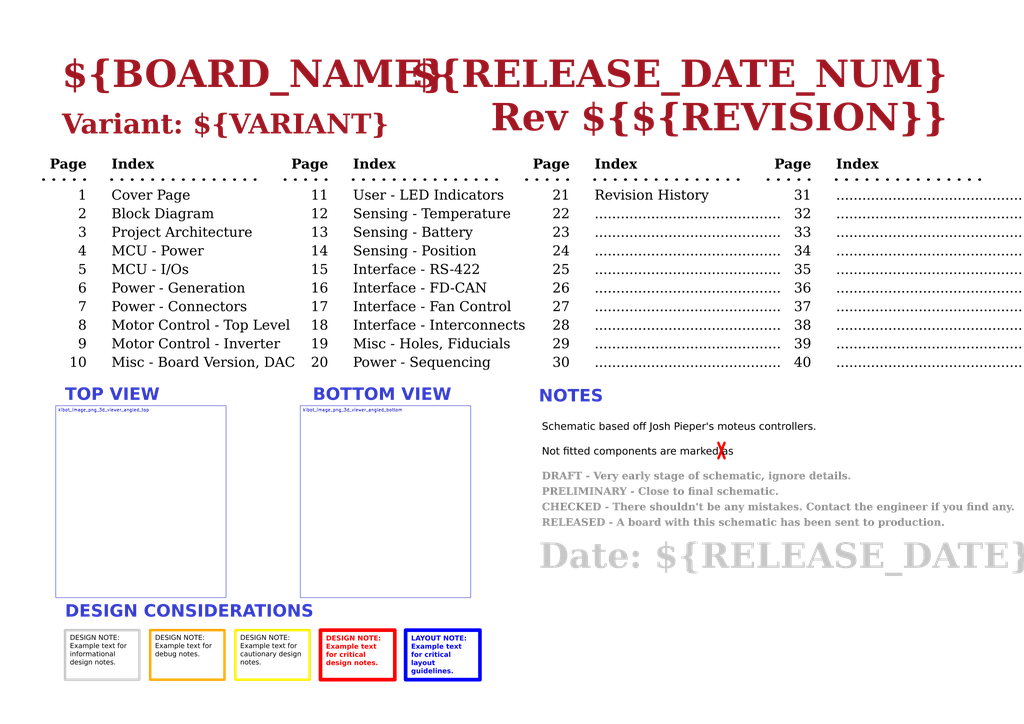
<source format=kicad_sch>
(kicad_sch
	(version 20231120)
	(generator "eeschema")
	(generator_version "8.0")
	(uuid "0650c7a8-acba-429c-9f8e-eec0baf0bc1c")
	(paper "A3")
	(title_block
		(title "Cover Page")
		(date "2024-04-13")
		(rev "${REVISION}")
		(company "${COMPANY}")
	)
	(lib_symbols)
	(bus_alias "AUX1"
		(members "AUX1_A" "AUX1_B" "AUX1_C" "AUX1_D" "AUX1_E" "AUX1_I2C_PULLUP"
			"POS_SENSOR_CS"
		)
	)
	(bus_alias "AUX2"
		(members "AUX2_A" "AUX2_B" "AUX2_C" "AUX2_D" "AUX2_I2C_PULLUP")
	)
	(bus_alias "CURRENT_SENSE"
		(members "SOA" "SOB" "SOC")
	)
	(bus_alias "DRV_SPI"
		(members "DRV_SCLK" "DRV_MISO" "DRV_MOSI" "DRV_CS")
	)
	(bus_alias "FDCAN"
		(members "FDCAN_P" "FDCAN_N")
	)
	(bus_alias "FDCAN_TTL"
		(members "FDCAN_RX" "FDCAN_TX")
	)
	(bus_alias "LED"
		(members "LED_DBG" "LED_PWR")
	)
	(bus_alias "PWM_PHASE"
		(members "PWM_PHASEA" "PWM_PHASEB" "PWM_PHASEC")
	)
	(bus_alias "RS422"
		(members "RS422_R+" "RS422_R-" "RS422_D-" "RS422_D+")
	)
	(bus_alias "RS422_TTL"
		(members "RS422_~{RE}" "RS422_DE")
	)
	(bus_alias "SENSE_TEMP"
		(members "SENSE_TEMP_MOT" "SENSE_TEMP_FET")
	)
	(bus_alias "SWD"
		(members "SWCLK" "SWDIO" "NRST")
	)
	(polyline
		(pts
			(xy 215.9 73.66) (xy 233.68 73.66)
		)
		(stroke
			(width 1)
			(type dot)
			(color 0 0 0 1)
		)
		(uuid "024689d9-b8ca-41ae-b55d-6ff207f6e101")
	)
	(polyline
		(pts
			(xy 297.18 181.61) (xy 294.64 187.96)
		)
		(stroke
			(width 1)
			(type default)
			(color 255 0 0 1)
		)
		(uuid "4ae2cac4-7676-4a8d-91c4-c6c6f4585019")
	)
	(polyline
		(pts
			(xy 45.72 73.66) (xy 106.68 73.66)
		)
		(stroke
			(width 1)
			(type dot)
			(color 0 0 0 1)
		)
		(uuid "594379bc-c052-4d2e-996b-8b5c1a0857fd")
	)
	(polyline
		(pts
			(xy 342.9 73.66) (xy 403.86 73.66)
		)
		(stroke
			(width 1)
			(type dot)
			(color 0 0 0 1)
		)
		(uuid "8ca04e4f-914f-46ae-b7bb-c241f34f0be3")
	)
	(polyline
		(pts
			(xy 243.84 73.66) (xy 304.8 73.66)
		)
		(stroke
			(width 1)
			(type dot)
			(color 0 0 0 1)
		)
		(uuid "90aedf20-3619-4eea-9142-e5201cfa9329")
	)
	(polyline
		(pts
			(xy 116.84 73.66) (xy 134.62 73.66)
		)
		(stroke
			(width 1)
			(type dot)
			(color 0 0 0 1)
		)
		(uuid "aa27a991-1dd0-4ddb-a292-69ddc074d2fe")
	)
	(polyline
		(pts
			(xy 17.78 73.66) (xy 35.56 73.66)
		)
		(stroke
			(width 1)
			(type dot)
			(color 0 0 0 1)
		)
		(uuid "aefa0f5d-e237-48a6-8d0d-7925958d23a4")
	)
	(polyline
		(pts
			(xy 294.64 181.61) (xy 297.18 187.96)
		)
		(stroke
			(width 1)
			(type default)
			(color 255 0 0 1)
		)
		(uuid "b16ef1e7-4b58-4125-810d-81e7071984f8")
	)
	(polyline
		(pts
			(xy 144.78 73.66) (xy 205.74 73.66)
		)
		(stroke
			(width 1)
			(type dot)
			(color 0 0 0 1)
		)
		(uuid "d03f8f3f-5543-483d-a054-040e77e06c0e")
	)
	(polyline
		(pts
			(xy 314.96 73.66) (xy 332.74 73.66)
		)
		(stroke
			(width 1)
			(type dot)
			(color 0 0 0 1)
		)
		(uuid "f1ab5a98-3d21-4c83-b2d8-cfe1793d64cb")
	)
	(text_box "DESIGN NOTE:\nExample text for informational design notes."
		(exclude_from_sim no)
		(at 26.67 258.445 0)
		(size 30.48 20.32)
		(stroke
			(width 1)
			(type solid)
			(color 200 200 200 1)
		)
		(fill
			(type none)
		)
		(effects
			(font
				(face "Arial")
				(size 2 2)
				(color 0 0 0 1)
			)
			(justify left top)
		)
		(uuid "60b6a08c-a542-468e-b79f-aa4a2aa0e9e7")
	)
	(text_box "LAYOUT NOTE:\nExample text for critical layout guidelines."
		(exclude_from_sim no)
		(at 166.37 258.445 0)
		(size 30.48 20.32)
		(stroke
			(width 1.5)
			(type solid)
			(color 0 0 255 1)
		)
		(fill
			(type none)
		)
		(effects
			(font
				(face "Arial")
				(size 2 2)
				(thickness 0.4)
				(bold yes)
				(color 0 0 255 1)
			)
			(justify left top)
		)
		(uuid "b2648603-9b19-4c01-9621-49d92c5b8a6e")
	)
	(text_box "DESIGN NOTE:\nExample text for cautionary design notes."
		(exclude_from_sim no)
		(at 96.52 258.445 0)
		(size 30.48 20.32)
		(stroke
			(width 1)
			(type solid)
			(color 250 236 0 1)
		)
		(fill
			(type none)
		)
		(effects
			(font
				(face "Arial")
				(size 2 2)
				(color 0 0 0 1)
			)
			(justify left top)
		)
		(uuid "c7ec7f64-f5b0-4d3e-9743-7d40c3e23ecf")
	)
	(text_box "DESIGN NOTE:\nExample text for debug notes."
		(exclude_from_sim no)
		(at 61.595 258.445 0)
		(size 30.48 20.32)
		(stroke
			(width 1)
			(type solid)
			(color 255 165 0 1)
		)
		(fill
			(type none)
		)
		(effects
			(font
				(face "Arial")
				(size 2 2)
				(color 0 0 0 1)
			)
			(justify left top)
		)
		(uuid "c8bf2561-6ede-45f0-9b2e-12af2dfee13b")
	)
	(text_box "DESIGN NOTE:\nExample text for critical design notes."
		(exclude_from_sim no)
		(at 131.445 258.445 0)
		(size 30.48 20.32)
		(stroke
			(width 1.5)
			(type solid)
			(color 255 0 0 1)
		)
		(fill
			(type none)
		)
		(effects
			(font
				(face "Arial")
				(size 2 2)
				(thickness 0.4)
				(bold yes)
				(color 255 0 0 1)
			)
			(justify left top)
		)
		(uuid "d03e1008-e371-461f-a9f2-320d8a2b7341")
	)
	(text_box "kibot_image_png_3d_viewer_angled_top"
		(exclude_from_sim no)
		(at 22.86 166.37 0)
		(size 69.85 78.74)
		(stroke
			(width 0)
			(type default)
		)
		(fill
			(type none)
		)
		(effects
			(font
				(size 1.27 1.27)
			)
			(justify left top)
		)
		(uuid "d79968fe-b59b-4393-8927-a533c5c921ca")
	)
	(text_box "kibot_image_png_3d_viewer_angled_bottom"
		(exclude_from_sim no)
		(at 123.19 166.37 0)
		(size 69.85 78.74)
		(stroke
			(width 0)
			(type default)
		)
		(fill
			(type none)
		)
		(effects
			(font
				(size 1.27 1.27)
			)
			(justify left top)
		)
		(uuid "f62a3640-7367-49dd-bdd0-58a87962973e")
	)
	(text "9"
		(exclude_from_sim no)
		(at 35.56 144.78 0)
		(effects
			(font
				(face "Times New Roman")
				(size 4 4)
				(color 0 0 0 1)
			)
			(justify right bottom)
			(href "#9")
		)
		(uuid "0171ecc8-df6f-418e-95ea-db73cf975716")
	)
	(text "BOTTOM VIEW"
		(exclude_from_sim no)
		(at 128.27 166.37 0)
		(effects
			(font
				(face "Arial")
				(size 5 5)
				(bold yes)
				(color 53 60 207 1)
			)
			(justify left bottom)
		)
		(uuid "041ff709-0f5e-466e-adab-d03afffd90b7")
	)
	(text "..........................................."
		(exclude_from_sim no)
		(at 243.84 99.06 0)
		(effects
			(font
				(face "Times New Roman")
				(size 4 4)
				(color 0 0 0 1)
			)
			(justify left bottom)
			(href "#23")
		)
		(uuid "0647f622-b644-4538-802a-42edf8cdccc5")
	)
	(text "13"
		(exclude_from_sim no)
		(at 134.62 99.06 0)
		(effects
			(font
				(face "Times New Roman")
				(size 4 4)
				(color 0 0 0 1)
			)
			(justify right bottom)
			(href "#13")
		)
		(uuid "09a9f005-609a-4854-9ba5-f5a5e7b8d7c7")
	)
	(text "Misc - Board Version, DAC"
		(exclude_from_sim no)
		(at 45.72 152.4 0)
		(effects
			(font
				(face "Times New Roman")
				(size 4 4)
				(color 0 0 0 1)
			)
			(justify left bottom)
			(href "#10")
		)
		(uuid "0da6836d-e916-4993-8589-c3fe162586f7")
	)
	(text "RELEASED - A board with this schematic has been sent to production."
		(exclude_from_sim no)
		(at 222.25 217.17 0)
		(effects
			(font
				(face "Times New Roman")
				(size 3 3)
				(thickness 0.6)
				(bold yes)
				(color 140 140 140 1)
			)
			(justify left bottom)
		)
		(uuid "10cbc67f-d688-44d7-9e2b-bee41b99ad5c")
	)
	(text "Sensing - Battery"
		(exclude_from_sim no)
		(at 144.78 99.06 0)
		(effects
			(font
				(face "Times New Roman")
				(size 4 4)
				(color 0 0 0 1)
			)
			(justify left bottom)
			(href "#13")
		)
		(uuid "17bcc0fe-1a1b-4929-a01c-ec0239b7c710")
	)
	(text "Page"
		(exclude_from_sim no)
		(at 332.74 71.12 0)
		(effects
			(font
				(face "Times New Roman")
				(size 4 4)
				(bold yes)
				(color 0 0 0 1)
			)
			(justify right bottom)
		)
		(uuid "1b60c0cc-bf04-4615-8796-1ecc890b346a")
	)
	(text "TOP VIEW"
		(exclude_from_sim no)
		(at 26.67 166.37 0)
		(effects
			(font
				(face "Arial")
				(size 5 5)
				(bold yes)
				(color 53 60 207 1)
			)
			(justify left bottom)
		)
		(uuid "1c033b5c-f50d-4e0f-94c4-59e72fb244de")
	)
	(text "3"
		(exclude_from_sim no)
		(at 35.56 99.06 0)
		(effects
			(font
				(face "Times New Roman")
				(size 4 4)
				(color 0 0 0 1)
			)
			(justify right bottom)
			(href "#3")
		)
		(uuid "1dd16a1b-b3b8-42a1-b678-3a7b261e7284")
	)
	(text "Interface - RS-422"
		(exclude_from_sim no)
		(at 144.78 114.3 0)
		(effects
			(font
				(face "Times New Roman")
				(size 4 4)
				(color 0 0 0 1)
			)
			(justify left bottom)
			(href "#15")
		)
		(uuid "2967c8d5-e25a-46f9-b010-e57505c00503")
	)
	(text "Power - Connectors"
		(exclude_from_sim no)
		(at 45.72 129.54 0)
		(effects
			(font
				(face "Times New Roman")
				(size 4 4)
				(color 0 0 0 1)
			)
			(justify left bottom)
			(href "#7")
		)
		(uuid "29d39f8b-7bcf-492e-8484-97d59ce92831")
	)
	(text "38"
		(exclude_from_sim no)
		(at 332.74 137.16 0)
		(effects
			(font
				(face "Times New Roman")
				(size 4 4)
				(color 0 0 0 1)
			)
			(justify right bottom)
			(href "#38")
		)
		(uuid "2d20025d-61e4-451d-b51e-153fedc44d68")
	)
	(text "1"
		(exclude_from_sim no)
		(at 35.56 83.82 0)
		(effects
			(font
				(face "Times New Roman")
				(size 4 4)
				(color 0 0 0 1)
			)
			(justify right bottom)
			(href "#1")
		)
		(uuid "3691ab49-6c05-4886-869a-12221f52fdee")
	)
	(text "Not fitted components are marked as"
		(exclude_from_sim no)
		(at 222.25 187.96 0)
		(effects
			(font
				(face "Arial")
				(size 3 3)
				(color 0 0 0 1)
			)
			(justify left bottom)
		)
		(uuid "3e121d9b-11e9-4895-9779-ade93d5b2a88")
	)
	(text "..........................................."
		(exclude_from_sim no)
		(at 243.84 152.4 0)
		(effects
			(font
				(face "Times New Roman")
				(size 4 4)
				(color 0 0 0 1)
			)
			(justify left bottom)
			(href "#30")
		)
		(uuid "41bb0f90-1135-4d50-9d44-9fb04444ecf6")
	)
	(text "Index"
		(exclude_from_sim no)
		(at 45.72 71.12 0)
		(effects
			(font
				(face "Times New Roman")
				(size 4 4)
				(bold yes)
				(color 0 0 0 1)
			)
			(justify left bottom)
		)
		(uuid "44841f0e-187c-41b9-a570-9f74973319c9")
	)
	(text "Index"
		(exclude_from_sim no)
		(at 144.78 71.12 0)
		(effects
			(font
				(face "Times New Roman")
				(size 4 4)
				(bold yes)
				(color 0 0 0 1)
			)
			(justify left bottom)
		)
		(uuid "4773b195-e777-483d-bd5a-5b18be14b485")
	)
	(text "27"
		(exclude_from_sim no)
		(at 233.68 129.54 0)
		(effects
			(font
				(face "Times New Roman")
				(size 4 4)
				(color 0 0 0 1)
			)
			(justify right bottom)
			(href "#27")
		)
		(uuid "47e5ef3a-a936-4417-8e04-a70df1a04676")
	)
	(text "15"
		(exclude_from_sim no)
		(at 134.62 114.3 0)
		(effects
			(font
				(face "Times New Roman")
				(size 4 4)
				(color 0 0 0 1)
			)
			(justify right bottom)
			(href "#15")
		)
		(uuid "48cae9b2-9935-4ee2-a962-685c04325434")
	)
	(text "Interface - Interconnects"
		(exclude_from_sim no)
		(at 144.78 137.16 0)
		(effects
			(font
				(face "Times New Roman")
				(size 4 4)
				(color 0 0 0 1)
			)
			(justify left bottom)
			(href "#18")
		)
		(uuid "49e85a06-8fdb-4d91-9cd7-da419eca584a")
	)
	(text "6"
		(exclude_from_sim no)
		(at 35.56 121.92 0)
		(effects
			(font
				(face "Times New Roman")
				(size 4 4)
				(color 0 0 0 1)
			)
			(justify right bottom)
			(href "#6")
		)
		(uuid "4aa9b67c-c657-48d1-abb0-497faf20008a")
	)
	(text "PRELIMINARY - Close to final schematic."
		(exclude_from_sim no)
		(at 222.25 204.47 0)
		(effects
			(font
				(face "Times New Roman")
				(size 3 3)
				(thickness 0.6)
				(bold yes)
				(color 140 140 140 1)
			)
			(justify left bottom)
		)
		(uuid "4b75d6be-e2b4-4862-a5fd-f3239bff6734")
	)
	(text "24"
		(exclude_from_sim no)
		(at 233.68 106.68 0)
		(effects
			(font
				(face "Times New Roman")
				(size 4 4)
				(color 0 0 0 1)
			)
			(justify right bottom)
			(href "#24")
		)
		(uuid "4d10b8f7-ee9d-4539-987e-2871a213b2d6")
	)
	(text "Date: ${RELEASE_DATE}"
		(exclude_from_sim no)
		(at 220.98 237.49 0)
		(effects
			(font
				(face "Times New Roman")
				(size 10.16 10.16)
				(thickness 0.6)
				(bold yes)
				(color 200 200 200 1)
			)
			(justify left bottom)
		)
		(uuid "4f144e11-d681-45f3-b92d-dea6c28023e4")
	)
	(text "Page"
		(exclude_from_sim no)
		(at 35.56 71.12 0)
		(effects
			(font
				(face "Times New Roman")
				(size 4 4)
				(bold yes)
				(color 0 0 0 1)
			)
			(justify right bottom)
		)
		(uuid "5216de6a-28ab-4e49-a422-9fd32d8fed67")
	)
	(text "MCU - Power"
		(exclude_from_sim no)
		(at 45.72 106.68 0)
		(effects
			(font
				(face "Times New Roman")
				(size 4 4)
				(color 0 0 0 1)
			)
			(justify left bottom)
			(href "#4")
		)
		(uuid "547bb3ec-bec4-4b68-a38e-2ac56be29bd3")
	)
	(text "..........................................."
		(exclude_from_sim no)
		(at 243.84 129.54 0)
		(effects
			(font
				(face "Times New Roman")
				(size 4 4)
				(color 0 0 0 1)
			)
			(justify left bottom)
			(href "#27")
		)
		(uuid "598c6218-39d7-40a8-878a-842531c6a754")
	)
	(text "Power - Sequencing"
		(exclude_from_sim no)
		(at 144.78 152.4 0)
		(effects
			(font
				(face "Times New Roman")
				(size 4 4)
				(color 0 0 0 1)
			)
			(justify left bottom)
			(href "#20")
		)
		(uuid "5d812587-ac13-48e3-995a-039969ca4f1b")
	)
	(text "8"
		(exclude_from_sim no)
		(at 35.56 137.16 0)
		(effects
			(font
				(face "Times New Roman")
				(size 4 4)
				(color 0 0 0 1)
			)
			(justify right bottom)
			(href "#8")
		)
		(uuid "5dd35c87-2aeb-4c16-ab79-fbda71c4347a")
	)
	(text "14"
		(exclude_from_sim no)
		(at 134.62 106.68 0)
		(effects
			(font
				(face "Times New Roman")
				(size 4 4)
				(color 0 0 0 1)
			)
			(justify right bottom)
			(href "#14")
		)
		(uuid "5e529423-56be-4ad0-9794-38b960fa0634")
	)
	(text "..........................................."
		(exclude_from_sim no)
		(at 342.9 137.16 0)
		(effects
			(font
				(face "Times New Roman")
				(size 4 4)
				(color 0 0 0 1)
			)
			(justify left bottom)
			(href "#38")
		)
		(uuid "5ec61f31-3c66-4623-97e5-d26d3b9bb1be")
	)
	(text "Motor Control - Inverter"
		(exclude_from_sim no)
		(at 45.72 144.78 0)
		(effects
			(font
				(face "Times New Roman")
				(size 4 4)
				(color 0 0 0 1)
			)
			(justify left bottom)
			(href "#9")
		)
		(uuid "607a7a91-0d45-4b17-b215-0aa2e93c43df")
	)
	(text "Sensing - Temperature"
		(exclude_from_sim no)
		(at 144.78 91.44 0)
		(effects
			(font
				(face "Times New Roman")
				(size 4 4)
				(color 0 0 0 1)
			)
			(justify left bottom)
			(href "#12")
		)
		(uuid "65bf4757-626d-44ff-b85b-b93aacb9b31d")
	)
	(text "..........................................."
		(exclude_from_sim no)
		(at 342.9 152.4 0)
		(effects
			(font
				(face "Times New Roman")
				(size 4 4)
				(color 0 0 0 1)
			)
			(justify left bottom)
			(href "#40")
		)
		(uuid "65f25bf1-cc7d-4807-9afa-0a0ac612f9b3")
	)
	(text "23"
		(exclude_from_sim no)
		(at 233.68 99.06 0)
		(effects
			(font
				(face "Times New Roman")
				(size 4 4)
				(color 0 0 0 1)
			)
			(justify right bottom)
			(href "#23")
		)
		(uuid "68aaa364-f788-45fb-b731-7b1eda7a6c6c")
	)
	(text "Misc - Holes, Fiducials"
		(exclude_from_sim no)
		(at 144.78 144.78 0)
		(effects
			(font
				(face "Times New Roman")
				(size 4 4)
				(color 0 0 0 1)
			)
			(justify left bottom)
			(href "#19")
		)
		(uuid "6a293fc3-6810-4ba2-8e4b-a4b8aec3cfdb")
	)
	(text "Index"
		(exclude_from_sim no)
		(at 243.84 71.12 0)
		(effects
			(font
				(face "Times New Roman")
				(size 4 4)
				(bold yes)
				(color 0 0 0 1)
			)
			(justify left bottom)
		)
		(uuid "6eee427d-5608-4f64-99d8-6d8e4391a6b0")
	)
	(text "..........................................."
		(exclude_from_sim no)
		(at 342.9 91.44 0)
		(effects
			(font
				(face "Times New Roman")
				(size 4 4)
				(color 0 0 0 1)
			)
			(justify left bottom)
			(href "#32")
		)
		(uuid "71058a62-023a-4e0a-b0c4-c0fb8bf95cc8")
	)
	(text "5"
		(exclude_from_sim no)
		(at 35.56 114.3 0)
		(effects
			(font
				(face "Times New Roman")
				(size 4 4)
				(color 0 0 0 1)
			)
			(justify right bottom)
			(href "#5")
		)
		(uuid "718e4830-a352-43f0-b9c5-1495032b5970")
	)
	(text "${RELEASE_DATE_NUM}"
		(exclude_from_sim no)
		(at 388.62 40.64 0)
		(effects
			(font
				(face "Times New Roman")
				(size 11 11)
				(thickness 1)
				(bold yes)
				(color 162 22 34 1)
			)
			(justify right bottom)
		)
		(uuid "752b8016-2b6c-433a-9e5a-755eac1f800d")
	)
	(text "26"
		(exclude_from_sim no)
		(at 233.68 121.92 0)
		(effects
			(font
				(face "Times New Roman")
				(size 4 4)
				(color 0 0 0 1)
			)
			(justify right bottom)
			(href "#26")
		)
		(uuid "78da4ba2-8c96-4e51-9a03-b14367dceea0")
	)
	(text "16"
		(exclude_from_sim no)
		(at 134.62 121.92 0)
		(effects
			(font
				(face "Times New Roman")
				(size 4 4)
				(color 0 0 0 1)
			)
			(justify right bottom)
			(href "#16")
		)
		(uuid "7a577aea-9c53-4431-8f38-6cd521e907d0")
	)
	(text "10"
		(exclude_from_sim no)
		(at 35.56 152.4 0)
		(effects
			(font
				(face "Times New Roman")
				(size 4 4)
				(color 0 0 0 1)
			)
			(justify right bottom)
			(href "#10")
		)
		(uuid "7caa34f0-df91-4ed4-bb8e-ff81315f8c93")
	)
	(text "35"
		(exclude_from_sim no)
		(at 332.74 114.3 0)
		(effects
			(font
				(face "Times New Roman")
				(size 4 4)
				(color 0 0 0 1)
			)
			(justify right bottom)
			(href "#35")
		)
		(uuid "7d4a16f6-fc91-424a-bffd-707dc25afa40")
	)
	(text "18"
		(exclude_from_sim no)
		(at 134.62 137.16 0)
		(effects
			(font
				(face "Times New Roman")
				(size 4 4)
				(color 0 0 0 1)
			)
			(justify right bottom)
			(href "#18")
		)
		(uuid "7d4de17d-b484-45d2-95af-1050fc297950")
	)
	(text "33"
		(exclude_from_sim no)
		(at 332.74 99.06 0)
		(effects
			(font
				(face "Times New Roman")
				(size 4 4)
				(color 0 0 0 1)
			)
			(justify right bottom)
			(href "#33")
		)
		(uuid "7fd97343-03c5-4f22-a59e-bc2d9fd9af23")
	)
	(text "Variant: ${VARIANT}"
		(exclude_from_sim no)
		(at 25.4 58.42 0)
		(effects
			(font
				(face "Times New Roman")
				(size 8 8)
				(thickness 1)
				(bold yes)
				(color 162 22 34 1)
			)
			(justify left bottom)
		)
		(uuid "832c6231-94ea-4718-8f70-96006b71efdf")
	)
	(text "User - LED Indicators"
		(exclude_from_sim no)
		(at 144.78 83.82 0)
		(effects
			(font
				(face "Times New Roman")
				(size 4 4)
				(color 0 0 0 1)
			)
			(justify left bottom)
			(href "#11")
		)
		(uuid "896eb3da-027b-4733-a50f-54acb2d806d2")
	)
	(text "4"
		(exclude_from_sim no)
		(at 35.56 106.68 0)
		(effects
			(font
				(face "Times New Roman")
				(size 4 4)
				(color 0 0 0 1)
			)
			(justify right bottom)
			(href "#4")
		)
		(uuid "8d802a1e-8c90-4592-9cec-00ce1173b8bd")
	)
	(text "11"
		(exclude_from_sim no)
		(at 134.62 83.82 0)
		(effects
			(font
				(face "Times New Roman")
				(size 4 4)
				(color 0 0 0 1)
			)
			(justify right bottom)
			(href "#11")
		)
		(uuid "8d827c06-285c-46bc-8024-d46f4098d9e5")
	)
	(text "Motor Control - Top Level"
		(exclude_from_sim no)
		(at 45.72 137.16 0)
		(effects
			(font
				(face "Times New Roman")
				(size 4 4)
				(color 0 0 0 1)
			)
			(justify left bottom)
			(href "#8")
		)
		(uuid "8e3a42f2-e677-4e63-ad6b-96640eb04138")
	)
	(text "Rev ${REVISION}"
		(exclude_from_sim no)
		(at 388.62 58.42 0)
		(effects
			(font
				(face "Times New Roman")
				(size 11 11)
				(thickness 1)
				(bold yes)
				(color 162 22 34 1)
			)
			(justify right bottom)
		)
		(uuid "9008c96f-82fa-4b3f-88a3-9ae35f59090b")
	)
	(text "..........................................."
		(exclude_from_sim no)
		(at 243.84 106.68 0)
		(effects
			(font
				(face "Times New Roman")
				(size 4 4)
				(color 0 0 0 1)
			)
			(justify left bottom)
			(href "#24")
		)
		(uuid "91ef4a1a-faaf-4d16-b090-6e6451092c3a")
	)
	(text "28"
		(exclude_from_sim no)
		(at 233.68 137.16 0)
		(effects
			(font
				(face "Times New Roman")
				(size 4 4)
				(color 0 0 0 1)
			)
			(justify right bottom)
			(href "#28")
		)
		(uuid "9310b062-10e2-49af-a22c-1c9854a7f3f0")
	)
	(text "..........................................."
		(exclude_from_sim no)
		(at 243.84 144.78 0)
		(effects
			(font
				(face "Times New Roman")
				(size 4 4)
				(color 0 0 0 1)
			)
			(justify left bottom)
			(href "#29")
		)
		(uuid "93713c73-3aba-4b0b-9f3c-b37ab3721f94")
	)
	(text "..........................................."
		(exclude_from_sim no)
		(at 243.84 91.44 0)
		(effects
			(font
				(face "Times New Roman")
				(size 4 4)
				(color 0 0 0 1)
			)
			(justify left bottom)
			(href "#22")
		)
		(uuid "93b242cb-0b6a-48cc-a920-659ba5a2d4b9")
	)
	(text "..........................................."
		(exclude_from_sim no)
		(at 342.9 144.78 0)
		(effects
			(font
				(face "Times New Roman")
				(size 4 4)
				(color 0 0 0 1)
			)
			(justify left bottom)
			(href "#39")
		)
		(uuid "9413d17b-fd74-4a56-8014-ec2904184d8a")
	)
	(text "MCU - I/Os"
		(exclude_from_sim no)
		(at 45.72 114.3 0)
		(effects
			(font
				(face "Times New Roman")
				(size 4 4)
				(color 0 0 0 1)
			)
			(justify left bottom)
			(href "#5")
		)
		(uuid "9413d28a-c2b4-4d73-ae2d-68b4717d1b67")
	)
	(text "Page"
		(exclude_from_sim no)
		(at 233.68 71.12 0)
		(effects
			(font
				(face "Times New Roman")
				(size 4 4)
				(bold yes)
				(color 0 0 0 1)
			)
			(justify right bottom)
		)
		(uuid "959ea2a5-595d-4c64-a44e-f0c1c6497852")
	)
	(text "Interface - Fan Control"
		(exclude_from_sim no)
		(at 144.78 129.54 0)
		(effects
			(font
				(face "Times New Roman")
				(size 4 4)
				(color 0 0 0 1)
			)
			(justify left bottom)
			(href "#17")
		)
		(uuid "a38f0f2f-f5c5-4d40-a2da-344278f0c15a")
	)
	(text "31"
		(exclude_from_sim no)
		(at 332.74 83.82 0)
		(effects
			(font
				(face "Times New Roman")
				(size 4 4)
				(color 0 0 0 1)
			)
			(justify right bottom)
			(href "#31")
		)
		(uuid "a8eb70a2-f43e-480c-afdf-7e91507527a7")
	)
	(text "36"
		(exclude_from_sim no)
		(at 332.74 121.92 0)
		(effects
			(font
				(face "Times New Roman")
				(size 4 4)
				(color 0 0 0 1)
			)
			(justify right bottom)
			(href "#36")
		)
		(uuid "a95a57c3-0ec4-4b96-8edf-d46ee18a4a8e")
	)
	(text "..........................................."
		(exclude_from_sim no)
		(at 243.84 137.16 0)
		(effects
			(font
				(face "Times New Roman")
				(size 4 4)
				(color 0 0 0 1)
			)
			(justify left bottom)
			(href "#28")
		)
		(uuid "ad40278e-f3e6-4c25-8fa4-1f4e3918f822")
	)
	(text "22"
		(exclude_from_sim no)
		(at 233.68 91.44 0)
		(effects
			(font
				(face "Times New Roman")
				(size 4 4)
				(color 0 0 0 1)
			)
			(justify right bottom)
			(href "#22")
		)
		(uuid "ada746a9-1ac8-4ba5-b1f0-e040d6c0fa14")
	)
	(text "..........................................."
		(exclude_from_sim no)
		(at 342.9 83.82 0)
		(effects
			(font
				(face "Times New Roman")
				(size 4 4)
				(color 0 0 0 1)
			)
			(justify left bottom)
			(href "#31")
		)
		(uuid "b39085c9-1ebe-4dab-a6c1-54ab08707fbf")
	)
	(text "25"
		(exclude_from_sim no)
		(at 233.68 114.3 0)
		(effects
			(font
				(face "Times New Roman")
				(size 4 4)
				(color 0 0 0 1)
			)
			(justify right bottom)
			(href "#25")
		)
		(uuid "b3f10ccd-dd30-4e1a-9a39-191e590211cc")
	)
	(text "${BOARD_NAME}"
		(exclude_from_sim no)
		(at 25.4 40.64 0)
		(effects
			(font
				(face "Times New Roman")
				(size 11 11)
				(thickness 1)
				(bold yes)
				(color 162 22 34 1)
			)
			(justify left bottom)
		)
		(uuid "b5491481-138f-4748-8f60-dc51e3284b98")
	)
	(text "..........................................."
		(exclude_from_sim no)
		(at 243.84 121.92 0)
		(effects
			(font
				(face "Times New Roman")
				(size 4 4)
				(color 0 0 0 1)
			)
			(justify left bottom)
			(href "#26")
		)
		(uuid "b55022f1-bde3-45d1-ab63-474a18aef763")
	)
	(text "..........................................."
		(exclude_from_sim no)
		(at 342.9 106.68 0)
		(effects
			(font
				(face "Times New Roman")
				(size 4 4)
				(color 0 0 0 1)
			)
			(justify left bottom)
			(href "#34")
		)
		(uuid "b5c8bc07-6a7e-4ec3-955b-9e6a13622c4e")
	)
	(text "37"
		(exclude_from_sim no)
		(at 332.74 129.54 0)
		(effects
			(font
				(face "Times New Roman")
				(size 4 4)
				(color 0 0 0 1)
			)
			(justify right bottom)
			(href "#37")
		)
		(uuid "baff535e-40df-4979-8ad1-9d6e8282e1a0")
	)
	(text "Page"
		(exclude_from_sim no)
		(at 134.62 71.12 0)
		(effects
			(font
				(face "Times New Roman")
				(size 4 4)
				(bold yes)
				(color 0 0 0 1)
			)
			(justify right bottom)
		)
		(uuid "beb5ee3d-ad62-4c0c-ab18-390f8e3c78c4")
	)
	(text "Power - Generation"
		(exclude_from_sim no)
		(at 45.72 121.92 0)
		(effects
			(font
				(face "Times New Roman")
				(size 4 4)
				(color 0 0 0 1)
			)
			(justify left bottom)
			(href "#6")
		)
		(uuid "c067acf3-7bff-4cf1-970e-a7854060a23e")
	)
	(text "Revision History"
		(exclude_from_sim no)
		(at 243.84 83.82 0)
		(effects
			(font
				(face "Times New Roman")
				(size 4 4)
				(color 0 0 0 1)
			)
			(justify left bottom)
			(href "#21")
		)
		(uuid "c08ee382-5506-4810-80d7-6f6334c84fe8")
	)
	(text "DRAFT - Very early stage of schematic, ignore details."
		(exclude_from_sim no)
		(at 222.25 198.12 0)
		(effects
			(font
				(face "Times New Roman")
				(size 3 3)
				(thickness 0.6)
				(bold yes)
				(color 140 140 140 1)
			)
			(justify left bottom)
		)
		(uuid "c1828499-d221-4dc2-9c7b-c9d850654d5e")
	)
	(text "Index"
		(exclude_from_sim no)
		(at 342.9 71.12 0)
		(effects
			(font
				(face "Times New Roman")
				(size 4 4)
				(bold yes)
				(color 0 0 0 1)
			)
			(justify left bottom)
		)
		(uuid "c52bc9e5-2c42-41e6-ae08-fabef868928a")
	)
	(text "..........................................."
		(exclude_from_sim no)
		(at 342.9 121.92 0)
		(effects
			(font
				(face "Times New Roman")
				(size 4 4)
				(color 0 0 0 1)
			)
			(justify left bottom)
			(href "#36")
		)
		(uuid "c8a13f8e-6347-4971-97e9-3bbacc8fb0b5")
	)
	(text "..........................................."
		(exclude_from_sim no)
		(at 342.9 114.3 0)
		(effects
			(font
				(face "Times New Roman")
				(size 4 4)
				(color 0 0 0 1)
			)
			(justify left bottom)
			(href "#35")
		)
		(uuid "c932f64b-e011-46ca-8efc-bb2f186e8b13")
	)
	(text "Block Diagram"
		(exclude_from_sim no)
		(at 45.72 91.44 0)
		(effects
			(font
				(face "Times New Roman")
				(size 4 4)
				(color 0 0 0 1)
			)
			(justify left bottom)
			(href "#2")
		)
		(uuid "caeb7f52-f34e-4432-b129-9207069a1ad5")
	)
	(text "19"
		(exclude_from_sim no)
		(at 134.62 144.78 0)
		(effects
			(font
				(face "Times New Roman")
				(size 4 4)
				(color 0 0 0 1)
			)
			(justify right bottom)
			(href "#19")
		)
		(uuid "cbf7eaea-8009-4ccd-9079-9d687b9a3603")
	)
	(text "30"
		(exclude_from_sim no)
		(at 233.68 152.4 0)
		(effects
			(font
				(face "Times New Roman")
				(size 4 4)
				(color 0 0 0 1)
			)
			(justify right bottom)
			(href "#30")
		)
		(uuid "cea38a57-40f7-465f-b054-ff626e3218d0")
	)
	(text "Interface - FD-CAN"
		(exclude_from_sim no)
		(at 144.78 121.92 0)
		(effects
			(font
				(face "Times New Roman")
				(size 4 4)
				(color 0 0 0 1)
			)
			(justify left bottom)
			(href "#16")
		)
		(uuid "cecac31a-23c1-4bb2-9986-9ebb7078dafa")
	)
	(text "7"
		(exclude_from_sim no)
		(at 35.56 129.54 0)
		(effects
			(font
				(face "Times New Roman")
				(size 4 4)
				(color 0 0 0 1)
			)
			(justify right bottom)
			(href "#7")
		)
		(uuid "cf9779c0-4a62-4a6f-9127-07f6919e9e8d")
	)
	(text "..........................................."
		(exclude_from_sim no)
		(at 243.84 114.3 0)
		(effects
			(font
				(face "Times New Roman")
				(size 4 4)
				(color 0 0 0 1)
			)
			(justify left bottom)
			(href "#25")
		)
		(uuid "d06fb69a-43a5-466c-8174-3edde239a7c0")
	)
	(text "12"
		(exclude_from_sim no)
		(at 134.62 91.44 0)
		(effects
			(font
				(face "Times New Roman")
				(size 4 4)
				(color 0 0 0 1)
			)
			(justify right bottom)
			(href "#12")
		)
		(uuid "d450aa41-7115-44ab-9cc7-2fa118545b00")
	)
	(text "21"
		(exclude_from_sim no)
		(at 233.68 83.82 0)
		(effects
			(font
				(face "Times New Roman")
				(size 4 4)
				(color 0 0 0 1)
			)
			(justify right bottom)
			(href "#21")
		)
		(uuid "d7ac5948-93ba-4038-95c3-cb73c27df74a")
	)
	(text "Schematic based off Josh Pieper's moteus controllers."
		(exclude_from_sim no)
		(at 222.25 177.8 0)
		(effects
			(font
				(face "Arial")
				(size 3 3)
				(color 0 0 0 1)
			)
			(justify left bottom)
			(href "https://github.com/mjbots/moteus")
		)
		(uuid "d8d8425a-4141-4ddb-8e75-262db2d23ce8")
	)
	(text "2"
		(exclude_from_sim no)
		(at 35.56 91.44 0)
		(effects
			(font
				(face "Times New Roman")
				(size 4 4)
				(color 0 0 0 1)
			)
			(justify right bottom)
			(href "#2")
		)
		(uuid "dca5e168-6a76-4eb2-b335-e6c030ded824")
	)
	(text "39"
		(exclude_from_sim no)
		(at 332.74 144.78 0)
		(effects
			(font
				(face "Times New Roman")
				(size 4 4)
				(color 0 0 0 1)
			)
			(justify right bottom)
			(href "#39")
		)
		(uuid "e216870b-45fe-49b3-8e55-d9668eb9df44")
	)
	(text "..........................................."
		(exclude_from_sim no)
		(at 342.9 99.06 0)
		(effects
			(font
				(face "Times New Roman")
				(size 4 4)
				(color 0 0 0 1)
			)
			(justify left bottom)
			(href "#33")
		)
		(uuid "e5564811-ffd2-4bd9-9644-ff1dc80ebf87")
	)
	(text "34"
		(exclude_from_sim no)
		(at 332.74 106.68 0)
		(effects
			(font
				(face "Times New Roman")
				(size 4 4)
				(color 0 0 0 1)
			)
			(justify right bottom)
			(href "#34")
		)
		(uuid "e60ef77b-a7db-4a46-901f-5793e4acc58b")
	)
	(text "29"
		(exclude_from_sim no)
		(at 233.68 144.78 0)
		(effects
			(font
				(face "Times New Roman")
				(size 4 4)
				(color 0 0 0 1)
			)
			(justify right bottom)
			(href "#29")
		)
		(uuid "e83f0c3e-ac1d-4432-a8de-ba5a2be8aa4a")
	)
	(text "Cover Page"
		(exclude_from_sim no)
		(at 45.72 83.82 0)
		(effects
			(font
				(face "Times New Roman")
				(size 4 4)
				(color 0 0 0 1)
			)
			(justify left bottom)
			(href "#1")
		)
		(uuid "e9964413-67ff-4f53-b58c-608277db6779")
	)
	(text "Sensing - Position"
		(exclude_from_sim no)
		(at 144.78 106.68 0)
		(effects
			(font
				(face "Times New Roman")
				(size 4 4)
				(color 0 0 0 1)
			)
			(justify left bottom)
			(href "#14")
		)
		(uuid "eb24202c-a20b-45a8-88c5-d9ca695f8954")
	)
	(text "NOTES"
		(exclude_from_sim no)
		(at 220.98 167.005 0)
		(effects
			(font
				(face "Arial")
				(size 5 5)
				(bold yes)
				(color 53 60 207 1)
			)
			(justify left bottom)
		)
		(uuid "ecd14d51-7267-460d-9460-6bae137b0c37")
	)
	(text "Project Architecture"
		(exclude_from_sim no)
		(at 45.72 99.06 0)
		(effects
			(font
				(face "Times New Roman")
				(size 4 4)
				(color 0 0 0 1)
			)
			(justify left bottom)
			(href "#3")
		)
		(uuid "ed9f4e44-7881-47b3-83af-17eb3de0e161")
	)
	(text "CHECKED - There shouldn't be any mistakes. Contact the engineer if you find any."
		(exclude_from_sim no)
		(at 222.25 210.82 0)
		(effects
			(font
				(face "Times New Roman")
				(size 3 3)
				(thickness 0.6)
				(bold yes)
				(color 140 140 140 1)
			)
			(justify left bottom)
		)
		(uuid "ee4bfbd2-ceac-40c9-847b-b15b18b07c08")
	)
	(text "20"
		(exclude_from_sim no)
		(at 134.62 152.4 0)
		(effects
			(font
				(face "Times New Roman")
				(size 4 4)
				(color 0 0 0 1)
			)
			(justify right bottom)
			(href "#20")
		)
		(uuid "f17fa600-4ea0-4482-a965-d781b27fd052")
	)
	(text "32"
		(exclude_from_sim no)
		(at 332.74 91.44 0)
		(effects
			(font
				(face "Times New Roman")
				(size 4 4)
				(color 0 0 0 1)
			)
			(justify right bottom)
			(href "#32")
		)
		(uuid "f7f416e4-86a9-4d8f-ac0d-80443c165632")
	)
	(text "..........................................."
		(exclude_from_sim no)
		(at 342.9 129.54 0)
		(effects
			(font
				(face "Times New Roman")
				(size 4 4)
				(color 0 0 0 1)
			)
			(justify left bottom)
			(href "#37")
		)
		(uuid "f8fd86d8-ca92-4fd2-9536-487e6832d844")
	)
	(text "DESIGN CONSIDERATIONS"
		(exclude_from_sim no)
		(at 26.67 255.27 0)
		(effects
			(font
				(face "Arial")
				(size 5 5)
				(bold yes)
				(color 53 60 207 1)
			)
			(justify left bottom)
		)
		(uuid "fb09f930-25b6-4039-89ae-42d9d443b49d")
	)
	(text "40"
		(exclude_from_sim no)
		(at 332.74 152.4 0)
		(effects
			(font
				(face "Times New Roman")
				(size 4 4)
				(color 0 0 0 1)
			)
			(justify right bottom)
			(href "#40")
		)
		(uuid "fe1f4464-8466-41a3-95c1-bacdc38614fb")
	)
	(text "17"
		(exclude_from_sim no)
		(at 134.62 129.54 0)
		(effects
			(font
				(face "Times New Roman")
				(size 4 4)
				(color 0 0 0 1)
			)
			(justify right bottom)
			(href "#17")
		)
		(uuid "ffcd9e5c-5c93-423a-9ccc-e0af67821852")
	)
	(sheet
		(at 340.36 313.69)
		(size 35.56 5.08)
		(stroke
			(width 0.1524)
			(type solid)
		)
		(fill
			(color 0 0 0 0.0000)
		)
		(uuid "13eb0b07-00a1-4d61-8da3-582545eb29a8")
		(property "Sheetname" "Power - Sequencing"
			(at 340.36 312.6609 0)
			(effects
				(font
					(face "Times New Roman")
					(size 1.905 1.905)
					(bold yes)
					(color 0 0 0 1)
				)
				(justify left bottom)
			)
		)
		(property "Sheetfile" "Power - Sequencing.kicad_sch"
			(at 341.63 314.96 0)
			(effects
				(font
					(face "Arial")
					(size 1.27 1.27)
				)
				(justify left top)
			)
		)
		(instances
			(project "amulet_controller"
				(path "/0650c7a8-acba-429c-9f8e-eec0baf0bc1c"
					(page "20")
				)
			)
		)
	)
	(sheet
		(at 299.72 302.26)
		(size 35.56 5.08)
		(stroke
			(width 0.1524)
			(type solid)
		)
		(fill
			(color 0 0 0 0.0000)
		)
		(uuid "de68a101-7eef-4ba8-abb4-14d03adb087f")
		(property "Sheetname" "Block Diagram"
			(at 299.72 301.2309 0)
			(effects
				(font
					(face "Times New Roman")
					(size 1.905 1.905)
					(bold yes)
					(color 0 0 0 1)
				)
				(justify left bottom)
			)
		)
		(property "Sheetfile" "Block Diagram.kicad_sch"
			(at 300.99 303.53 0)
			(effects
				(font
					(face "Arial")
					(size 1.27 1.27)
				)
				(justify left top)
			)
		)
		(instances
			(project "amulet_controller"
				(path "/0650c7a8-acba-429c-9f8e-eec0baf0bc1c"
					(page "2")
				)
			)
		)
	)
	(sheet
		(at 340.36 302.26)
		(size 35.56 5.08)
		(stroke
			(width 0)
			(type solid)
		)
		(fill
			(color 0 0 0 0.0000)
		)
		(uuid "e7c91631-be85-488a-af7a-f2a810f3fbfe")
		(property "Sheetname" "Revision History"
			(at 340.36 300.99 0)
			(effects
				(font
					(face "Times New Roman")
					(size 1.905 1.905)
					(bold yes)
					(color 0 0 0 1)
				)
				(justify left bottom)
			)
		)
		(property "Sheetfile" "Revision History.kicad_sch"
			(at 340.995 303.53 0)
			(effects
				(font
					(face "Arial")
					(size 1.27 1.27)
				)
				(justify left top)
			)
		)
		(instances
			(project "amulet_controller"
				(path "/0650c7a8-acba-429c-9f8e-eec0baf0bc1c"
					(page "21")
				)
			)
		)
	)
	(sheet
		(at 299.72 313.69)
		(size 35.56 5.08)
		(stroke
			(width 0.1524)
			(type solid)
		)
		(fill
			(color 0 0 0 0.0000)
		)
		(uuid "fede4c36-00cc-4d3d-b71c-5243ba232202")
		(property "Sheetname" "Project Architecture"
			(at 299.72 312.6609 0)
			(effects
				(font
					(face "Times New Roman")
					(size 1.905 1.905)
					(bold yes)
					(color 0 0 0 1)
				)
				(justify left bottom)
			)
		)
		(property "Sheetfile" "Project Architecture.kicad_sch"
			(at 300.99 314.96 0)
			(effects
				(font
					(face "Arial")
					(size 1.27 1.27)
				)
				(justify left top)
			)
		)
		(instances
			(project "amulet_controller"
				(path "/0650c7a8-acba-429c-9f8e-eec0baf0bc1c"
					(page "3")
				)
			)
		)
	)
	(sheet_instances
		(path "/"
			(page "1")
		)
	)
)

</source>
